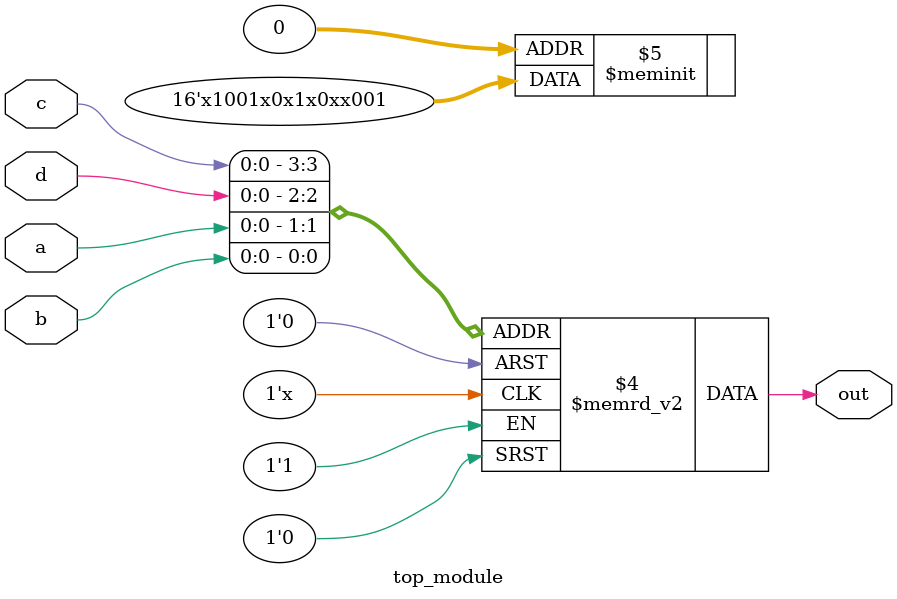
<source format=sv>
module top_module (
    input a, 
    input b,
    input c,
    input d,
    output reg out
);

always @(*) begin
    case ({c, d, a, b})
        4'b0000, 4'b0111, 4'b1011, 4'b1110: out = 1'b1;
        4'b0001, 4'b0010, 4'b0101, 4'b1001, 4'b1100, 4'b1101: out = 1'b0;
        default: out = 1'bx;
    endcase
end

endmodule

</source>
